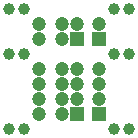
<source format=gts>
G04 Layer_Color=8388736*
%FSAX25Y25*%
%MOIN*%
G70*
G01*
G75*
%ADD16R,0.04737X0.04737*%
%ADD17C,0.04737*%
%ADD18R,0.04737X0.04737*%
%ADD19C,0.03950*%
D16*
X0442500Y0185000D02*
D03*
Y0210000D02*
D03*
D17*
X0422500Y0185000D02*
D03*
Y0215000D02*
D03*
Y0210000D02*
D03*
Y0190000D02*
D03*
X0442500D02*
D03*
X0422500Y0195000D02*
D03*
X0442500D02*
D03*
X0422500Y0200000D02*
D03*
X0442500D02*
D03*
X0435000Y0215000D02*
D03*
X0430000D02*
D03*
Y0210000D02*
D03*
Y0185000D02*
D03*
Y0190000D02*
D03*
Y0195000D02*
D03*
Y0200000D02*
D03*
X0435000Y0190000D02*
D03*
Y0195000D02*
D03*
Y0200000D02*
D03*
X0442500Y0215000D02*
D03*
D18*
X0435000Y0210000D02*
D03*
Y0185000D02*
D03*
D19*
X0447500Y0220000D02*
D03*
X0452500D02*
D03*
X0447500Y0205000D02*
D03*
X0452500D02*
D03*
Y0180000D02*
D03*
X0447500D02*
D03*
X0417500D02*
D03*
X0412500D02*
D03*
Y0205000D02*
D03*
X0417500D02*
D03*
X0412500Y0220000D02*
D03*
X0417500D02*
D03*
M02*

</source>
